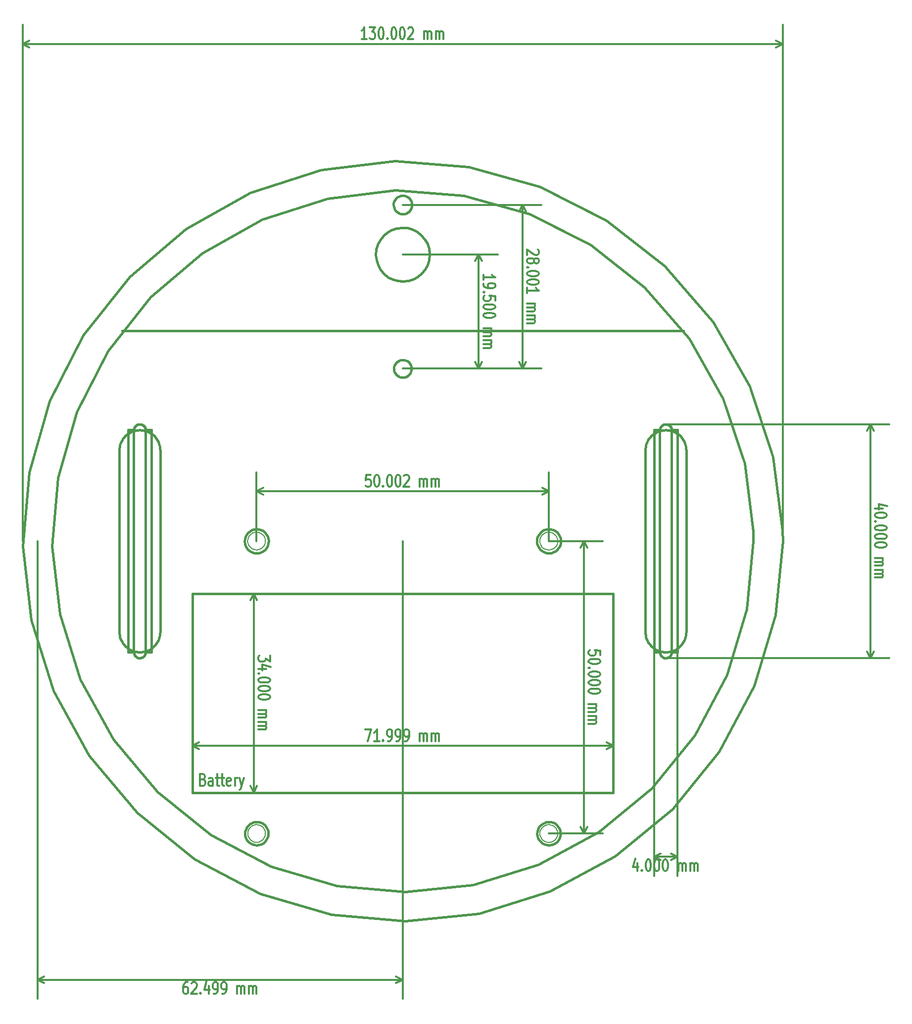
<source format=gbr>
G04 (created by PCBNEW-RS274X (2011-nov-30)-testing) date Mon 09 Jul 2012 07:17:13 PM CEST*
%MOIN*%
G04 Gerber Fmt 3.4, Leading zero omitted, Abs format*
%FSLAX34Y34*%
G01*
G70*
G90*
G04 APERTURE LIST*
%ADD10C,0.006*%
%ADD11C,0.015*%
%ADD12C,0.012*%
G04 APERTURE END LIST*
G54D10*
G54D11*
X59087Y-18701D02*
X59075Y-18821D01*
X59040Y-18938D01*
X58983Y-19045D01*
X58906Y-19139D01*
X58812Y-19216D01*
X58706Y-19274D01*
X58590Y-19310D01*
X58469Y-19322D01*
X58349Y-19311D01*
X58232Y-19277D01*
X58125Y-19221D01*
X58030Y-19145D01*
X57952Y-19052D01*
X57894Y-18946D01*
X57857Y-18830D01*
X57844Y-18709D01*
X57854Y-18589D01*
X57887Y-18473D01*
X57943Y-18365D01*
X58018Y-18269D01*
X58111Y-18191D01*
X58216Y-18132D01*
X58332Y-18094D01*
X58452Y-18080D01*
X58573Y-18089D01*
X58689Y-18122D01*
X58798Y-18176D01*
X58893Y-18251D01*
X58973Y-18343D01*
X59033Y-18449D01*
X59071Y-18564D01*
X59086Y-18684D01*
X59087Y-18701D01*
X60280Y-22048D02*
X60245Y-22400D01*
X60143Y-22739D01*
X59976Y-23052D01*
X59752Y-23326D01*
X59479Y-23552D01*
X59168Y-23721D01*
X58829Y-23825D01*
X58477Y-23862D01*
X58125Y-23830D01*
X57786Y-23730D01*
X57472Y-23566D01*
X57196Y-23344D01*
X56968Y-23073D01*
X56797Y-22763D01*
X56690Y-22425D01*
X56651Y-22073D01*
X56680Y-21721D01*
X56778Y-21380D01*
X56940Y-21065D01*
X57160Y-20788D01*
X57430Y-20558D01*
X57739Y-20385D01*
X58076Y-20276D01*
X58427Y-20234D01*
X58780Y-20261D01*
X59121Y-20356D01*
X59437Y-20516D01*
X59716Y-20734D01*
X59948Y-21002D01*
X60123Y-21310D01*
X60234Y-21646D01*
X60279Y-21998D01*
X60280Y-22048D01*
X59056Y-29725D02*
X59044Y-29839D01*
X59011Y-29950D01*
X58957Y-30052D01*
X58884Y-30141D01*
X58795Y-30214D01*
X58694Y-30269D01*
X58583Y-30303D01*
X58469Y-30315D01*
X58355Y-30305D01*
X58244Y-30272D01*
X58142Y-30219D01*
X58052Y-30147D01*
X57978Y-30058D01*
X57922Y-29957D01*
X57887Y-29847D01*
X57875Y-29733D01*
X57884Y-29619D01*
X57916Y-29508D01*
X57969Y-29405D01*
X58040Y-29315D01*
X58128Y-29240D01*
X58229Y-29184D01*
X58339Y-29148D01*
X58453Y-29135D01*
X58567Y-29143D01*
X58678Y-29174D01*
X58781Y-29227D01*
X58872Y-29298D01*
X58947Y-29385D01*
X59004Y-29485D01*
X59041Y-29595D01*
X59055Y-29709D01*
X59056Y-29725D01*
X69119Y-41339D02*
X69103Y-41496D01*
X69057Y-41648D01*
X68983Y-41787D01*
X68883Y-41910D01*
X68761Y-42011D01*
X68622Y-42086D01*
X68471Y-42133D01*
X68313Y-42149D01*
X68157Y-42135D01*
X68005Y-42090D01*
X67864Y-42017D01*
X67741Y-41918D01*
X67639Y-41797D01*
X67563Y-41658D01*
X67515Y-41507D01*
X67498Y-41350D01*
X67511Y-41193D01*
X67554Y-41041D01*
X67627Y-40900D01*
X67725Y-40776D01*
X67846Y-40674D01*
X67984Y-40596D01*
X68134Y-40547D01*
X68292Y-40529D01*
X68448Y-40541D01*
X68601Y-40583D01*
X68742Y-40655D01*
X68867Y-40752D01*
X68970Y-40872D01*
X69048Y-41010D01*
X69098Y-41160D01*
X69118Y-41317D01*
X69119Y-41339D01*
X49434Y-41339D02*
X49418Y-41496D01*
X49372Y-41648D01*
X49298Y-41788D01*
X49198Y-41911D01*
X49076Y-42012D01*
X48936Y-42087D01*
X48785Y-42134D01*
X48627Y-42150D01*
X48470Y-42136D01*
X48318Y-42091D01*
X48178Y-42018D01*
X48054Y-41919D01*
X47953Y-41797D01*
X47876Y-41658D01*
X47828Y-41507D01*
X47811Y-41350D01*
X47824Y-41193D01*
X47868Y-41041D01*
X47940Y-40900D01*
X48038Y-40775D01*
X48159Y-40673D01*
X48297Y-40595D01*
X48448Y-40546D01*
X48605Y-40528D01*
X48763Y-40540D01*
X48915Y-40582D01*
X49057Y-40654D01*
X49181Y-40751D01*
X49285Y-40871D01*
X49363Y-41009D01*
X49413Y-41160D01*
X49433Y-41317D01*
X49434Y-41339D01*
X49410Y-61024D02*
X49394Y-61177D01*
X49350Y-61324D01*
X49278Y-61460D01*
X49181Y-61579D01*
X49062Y-61677D01*
X48927Y-61750D01*
X48780Y-61795D01*
X48627Y-61811D01*
X48475Y-61798D01*
X48327Y-61754D01*
X48191Y-61683D01*
X48071Y-61587D01*
X47972Y-61469D01*
X47898Y-61334D01*
X47852Y-61187D01*
X47835Y-61035D01*
X47847Y-60882D01*
X47890Y-60734D01*
X47960Y-60598D01*
X48056Y-60477D01*
X48173Y-60377D01*
X48307Y-60302D01*
X48453Y-60255D01*
X48606Y-60237D01*
X48758Y-60248D01*
X48906Y-60290D01*
X49044Y-60359D01*
X49165Y-60454D01*
X49265Y-60570D01*
X49341Y-60704D01*
X49390Y-60850D01*
X49409Y-61002D01*
X49410Y-61024D01*
X69095Y-61024D02*
X69080Y-61176D01*
X69035Y-61323D01*
X68963Y-61459D01*
X68866Y-61578D01*
X68748Y-61676D01*
X68612Y-61749D01*
X68466Y-61794D01*
X68313Y-61810D01*
X68161Y-61797D01*
X68014Y-61753D01*
X67878Y-61682D01*
X67758Y-61586D01*
X67659Y-61468D01*
X67585Y-61334D01*
X67539Y-61187D01*
X67522Y-61034D01*
X67534Y-60882D01*
X67577Y-60735D01*
X67647Y-60598D01*
X67742Y-60478D01*
X67859Y-60378D01*
X67993Y-60303D01*
X68140Y-60256D01*
X68292Y-60238D01*
X68444Y-60249D01*
X68592Y-60291D01*
X68729Y-60360D01*
X68850Y-60455D01*
X68951Y-60571D01*
X69026Y-60704D01*
X69075Y-60850D01*
X69094Y-61003D01*
X69095Y-61024D01*
G54D12*
X63898Y-23744D02*
X63898Y-23401D01*
X63898Y-23573D02*
X64698Y-23573D01*
X64584Y-23516D01*
X64508Y-23458D01*
X64470Y-23401D01*
X63898Y-24029D02*
X63898Y-24144D01*
X63936Y-24201D01*
X63974Y-24229D01*
X64089Y-24287D01*
X64241Y-24315D01*
X64546Y-24315D01*
X64622Y-24287D01*
X64660Y-24258D01*
X64698Y-24201D01*
X64698Y-24087D01*
X64660Y-24029D01*
X64622Y-24001D01*
X64546Y-23972D01*
X64355Y-23972D01*
X64279Y-24001D01*
X64241Y-24029D01*
X64203Y-24087D01*
X64203Y-24201D01*
X64241Y-24258D01*
X64279Y-24287D01*
X64355Y-24315D01*
X63974Y-24572D02*
X63936Y-24600D01*
X63898Y-24572D01*
X63936Y-24543D01*
X63974Y-24572D01*
X63898Y-24572D01*
X64698Y-25144D02*
X64698Y-24858D01*
X64317Y-24829D01*
X64355Y-24858D01*
X64393Y-24915D01*
X64393Y-25058D01*
X64355Y-25115D01*
X64317Y-25144D01*
X64241Y-25172D01*
X64051Y-25172D01*
X63974Y-25144D01*
X63936Y-25115D01*
X63898Y-25058D01*
X63898Y-24915D01*
X63936Y-24858D01*
X63974Y-24829D01*
X64698Y-25543D02*
X64698Y-25600D01*
X64660Y-25657D01*
X64622Y-25686D01*
X64546Y-25715D01*
X64393Y-25743D01*
X64203Y-25743D01*
X64051Y-25715D01*
X63974Y-25686D01*
X63936Y-25657D01*
X63898Y-25600D01*
X63898Y-25543D01*
X63936Y-25486D01*
X63974Y-25457D01*
X64051Y-25429D01*
X64203Y-25400D01*
X64393Y-25400D01*
X64546Y-25429D01*
X64622Y-25457D01*
X64660Y-25486D01*
X64698Y-25543D01*
X64698Y-26114D02*
X64698Y-26171D01*
X64660Y-26228D01*
X64622Y-26257D01*
X64546Y-26286D01*
X64393Y-26314D01*
X64203Y-26314D01*
X64051Y-26286D01*
X63974Y-26257D01*
X63936Y-26228D01*
X63898Y-26171D01*
X63898Y-26114D01*
X63936Y-26057D01*
X63974Y-26028D01*
X64051Y-26000D01*
X64203Y-25971D01*
X64393Y-25971D01*
X64546Y-26000D01*
X64622Y-26028D01*
X64660Y-26057D01*
X64698Y-26114D01*
X63898Y-27028D02*
X64432Y-27028D01*
X64355Y-27028D02*
X64393Y-27056D01*
X64432Y-27114D01*
X64432Y-27199D01*
X64393Y-27256D01*
X64317Y-27285D01*
X63898Y-27285D01*
X64317Y-27285D02*
X64393Y-27314D01*
X64432Y-27371D01*
X64432Y-27456D01*
X64393Y-27514D01*
X64317Y-27542D01*
X63898Y-27542D01*
X63898Y-27828D02*
X64432Y-27828D01*
X64355Y-27828D02*
X64393Y-27856D01*
X64432Y-27914D01*
X64432Y-27999D01*
X64393Y-28056D01*
X64317Y-28085D01*
X63898Y-28085D01*
X64317Y-28085D02*
X64393Y-28114D01*
X64432Y-28171D01*
X64432Y-28256D01*
X64393Y-28314D01*
X64317Y-28342D01*
X63898Y-28342D01*
X63582Y-22048D02*
X63582Y-29725D01*
X58465Y-22048D02*
X64862Y-22048D01*
X58465Y-29725D02*
X64862Y-29725D01*
X63582Y-29725D02*
X63352Y-29282D01*
X63582Y-29725D02*
X63812Y-29282D01*
X63582Y-22048D02*
X63352Y-22491D01*
X63582Y-22048D02*
X63812Y-22491D01*
X67575Y-21728D02*
X67613Y-21757D01*
X67651Y-21814D01*
X67651Y-21957D01*
X67613Y-22014D01*
X67575Y-22043D01*
X67499Y-22071D01*
X67423Y-22071D01*
X67308Y-22043D01*
X66851Y-21700D01*
X66851Y-22071D01*
X67308Y-22414D02*
X67346Y-22356D01*
X67385Y-22328D01*
X67461Y-22299D01*
X67499Y-22299D01*
X67575Y-22328D01*
X67613Y-22356D01*
X67651Y-22414D01*
X67651Y-22528D01*
X67613Y-22585D01*
X67575Y-22614D01*
X67499Y-22642D01*
X67461Y-22642D01*
X67385Y-22614D01*
X67346Y-22585D01*
X67308Y-22528D01*
X67308Y-22414D01*
X67270Y-22356D01*
X67232Y-22328D01*
X67156Y-22299D01*
X67004Y-22299D01*
X66927Y-22328D01*
X66889Y-22356D01*
X66851Y-22414D01*
X66851Y-22528D01*
X66889Y-22585D01*
X66927Y-22614D01*
X67004Y-22642D01*
X67156Y-22642D01*
X67232Y-22614D01*
X67270Y-22585D01*
X67308Y-22528D01*
X66927Y-22899D02*
X66889Y-22927D01*
X66851Y-22899D01*
X66889Y-22870D01*
X66927Y-22899D01*
X66851Y-22899D01*
X67651Y-23299D02*
X67651Y-23356D01*
X67613Y-23413D01*
X67575Y-23442D01*
X67499Y-23471D01*
X67346Y-23499D01*
X67156Y-23499D01*
X67004Y-23471D01*
X66927Y-23442D01*
X66889Y-23413D01*
X66851Y-23356D01*
X66851Y-23299D01*
X66889Y-23242D01*
X66927Y-23213D01*
X67004Y-23185D01*
X67156Y-23156D01*
X67346Y-23156D01*
X67499Y-23185D01*
X67575Y-23213D01*
X67613Y-23242D01*
X67651Y-23299D01*
X67651Y-23870D02*
X67651Y-23927D01*
X67613Y-23984D01*
X67575Y-24013D01*
X67499Y-24042D01*
X67346Y-24070D01*
X67156Y-24070D01*
X67004Y-24042D01*
X66927Y-24013D01*
X66889Y-23984D01*
X66851Y-23927D01*
X66851Y-23870D01*
X66889Y-23813D01*
X66927Y-23784D01*
X67004Y-23756D01*
X67156Y-23727D01*
X67346Y-23727D01*
X67499Y-23756D01*
X67575Y-23784D01*
X67613Y-23813D01*
X67651Y-23870D01*
X66851Y-24641D02*
X66851Y-24298D01*
X66851Y-24470D02*
X67651Y-24470D01*
X67537Y-24413D01*
X67461Y-24355D01*
X67423Y-24298D01*
X66851Y-25355D02*
X67385Y-25355D01*
X67308Y-25355D02*
X67346Y-25383D01*
X67385Y-25441D01*
X67385Y-25526D01*
X67346Y-25583D01*
X67270Y-25612D01*
X66851Y-25612D01*
X67270Y-25612D02*
X67346Y-25641D01*
X67385Y-25698D01*
X67385Y-25783D01*
X67346Y-25841D01*
X67270Y-25869D01*
X66851Y-25869D01*
X66851Y-26155D02*
X67385Y-26155D01*
X67308Y-26155D02*
X67346Y-26183D01*
X67385Y-26241D01*
X67385Y-26326D01*
X67346Y-26383D01*
X67270Y-26412D01*
X66851Y-26412D01*
X67270Y-26412D02*
X67346Y-26441D01*
X67385Y-26498D01*
X67385Y-26583D01*
X67346Y-26641D01*
X67270Y-26669D01*
X66851Y-26669D01*
X66535Y-18701D02*
X66535Y-29725D01*
X58465Y-18701D02*
X67815Y-18701D01*
X58465Y-29725D02*
X67815Y-29725D01*
X66535Y-29725D02*
X66305Y-29282D01*
X66535Y-29725D02*
X66765Y-29282D01*
X66535Y-18701D02*
X66305Y-19144D01*
X66535Y-18701D02*
X66765Y-19144D01*
X55952Y-54004D02*
X56352Y-54004D01*
X56095Y-54804D01*
X56894Y-54804D02*
X56551Y-54804D01*
X56723Y-54804D02*
X56723Y-54004D01*
X56666Y-54118D01*
X56608Y-54194D01*
X56551Y-54232D01*
X57151Y-54728D02*
X57179Y-54766D01*
X57151Y-54804D01*
X57122Y-54766D01*
X57151Y-54728D01*
X57151Y-54804D01*
X57465Y-54804D02*
X57580Y-54804D01*
X57637Y-54766D01*
X57665Y-54728D01*
X57723Y-54613D01*
X57751Y-54461D01*
X57751Y-54156D01*
X57723Y-54080D01*
X57694Y-54042D01*
X57637Y-54004D01*
X57523Y-54004D01*
X57465Y-54042D01*
X57437Y-54080D01*
X57408Y-54156D01*
X57408Y-54347D01*
X57437Y-54423D01*
X57465Y-54461D01*
X57523Y-54499D01*
X57637Y-54499D01*
X57694Y-54461D01*
X57723Y-54423D01*
X57751Y-54347D01*
X58036Y-54804D02*
X58151Y-54804D01*
X58208Y-54766D01*
X58236Y-54728D01*
X58294Y-54613D01*
X58322Y-54461D01*
X58322Y-54156D01*
X58294Y-54080D01*
X58265Y-54042D01*
X58208Y-54004D01*
X58094Y-54004D01*
X58036Y-54042D01*
X58008Y-54080D01*
X57979Y-54156D01*
X57979Y-54347D01*
X58008Y-54423D01*
X58036Y-54461D01*
X58094Y-54499D01*
X58208Y-54499D01*
X58265Y-54461D01*
X58294Y-54423D01*
X58322Y-54347D01*
X58607Y-54804D02*
X58722Y-54804D01*
X58779Y-54766D01*
X58807Y-54728D01*
X58865Y-54613D01*
X58893Y-54461D01*
X58893Y-54156D01*
X58865Y-54080D01*
X58836Y-54042D01*
X58779Y-54004D01*
X58665Y-54004D01*
X58607Y-54042D01*
X58579Y-54080D01*
X58550Y-54156D01*
X58550Y-54347D01*
X58579Y-54423D01*
X58607Y-54461D01*
X58665Y-54499D01*
X58779Y-54499D01*
X58836Y-54461D01*
X58865Y-54423D01*
X58893Y-54347D01*
X59607Y-54804D02*
X59607Y-54270D01*
X59607Y-54347D02*
X59635Y-54309D01*
X59693Y-54270D01*
X59778Y-54270D01*
X59835Y-54309D01*
X59864Y-54385D01*
X59864Y-54804D01*
X59864Y-54385D02*
X59893Y-54309D01*
X59950Y-54270D01*
X60035Y-54270D01*
X60093Y-54309D01*
X60121Y-54385D01*
X60121Y-54804D01*
X60407Y-54804D02*
X60407Y-54270D01*
X60407Y-54347D02*
X60435Y-54309D01*
X60493Y-54270D01*
X60578Y-54270D01*
X60635Y-54309D01*
X60664Y-54385D01*
X60664Y-54804D01*
X60664Y-54385D02*
X60693Y-54309D01*
X60750Y-54270D01*
X60835Y-54270D01*
X60893Y-54309D01*
X60921Y-54385D01*
X60921Y-54804D01*
X44292Y-55120D02*
X72638Y-55120D01*
X44292Y-58268D02*
X44292Y-53840D01*
X72638Y-58268D02*
X72638Y-53840D01*
X72638Y-55120D02*
X72195Y-55350D01*
X72638Y-55120D02*
X72195Y-54890D01*
X44292Y-55120D02*
X44735Y-55350D01*
X44292Y-55120D02*
X44735Y-54890D01*
X49541Y-49062D02*
X49541Y-49433D01*
X49236Y-49233D01*
X49236Y-49319D01*
X49198Y-49376D01*
X49160Y-49405D01*
X49084Y-49433D01*
X48894Y-49433D01*
X48817Y-49405D01*
X48779Y-49376D01*
X48741Y-49319D01*
X48741Y-49147D01*
X48779Y-49090D01*
X48817Y-49062D01*
X49275Y-49947D02*
X48741Y-49947D01*
X49579Y-49804D02*
X49008Y-49661D01*
X49008Y-50033D01*
X48817Y-50261D02*
X48779Y-50289D01*
X48741Y-50261D01*
X48779Y-50232D01*
X48817Y-50261D01*
X48741Y-50261D01*
X49541Y-50661D02*
X49541Y-50718D01*
X49503Y-50775D01*
X49465Y-50804D01*
X49389Y-50833D01*
X49236Y-50861D01*
X49046Y-50861D01*
X48894Y-50833D01*
X48817Y-50804D01*
X48779Y-50775D01*
X48741Y-50718D01*
X48741Y-50661D01*
X48779Y-50604D01*
X48817Y-50575D01*
X48894Y-50547D01*
X49046Y-50518D01*
X49236Y-50518D01*
X49389Y-50547D01*
X49465Y-50575D01*
X49503Y-50604D01*
X49541Y-50661D01*
X49541Y-51232D02*
X49541Y-51289D01*
X49503Y-51346D01*
X49465Y-51375D01*
X49389Y-51404D01*
X49236Y-51432D01*
X49046Y-51432D01*
X48894Y-51404D01*
X48817Y-51375D01*
X48779Y-51346D01*
X48741Y-51289D01*
X48741Y-51232D01*
X48779Y-51175D01*
X48817Y-51146D01*
X48894Y-51118D01*
X49046Y-51089D01*
X49236Y-51089D01*
X49389Y-51118D01*
X49465Y-51146D01*
X49503Y-51175D01*
X49541Y-51232D01*
X49541Y-51803D02*
X49541Y-51860D01*
X49503Y-51917D01*
X49465Y-51946D01*
X49389Y-51975D01*
X49236Y-52003D01*
X49046Y-52003D01*
X48894Y-51975D01*
X48817Y-51946D01*
X48779Y-51917D01*
X48741Y-51860D01*
X48741Y-51803D01*
X48779Y-51746D01*
X48817Y-51717D01*
X48894Y-51689D01*
X49046Y-51660D01*
X49236Y-51660D01*
X49389Y-51689D01*
X49465Y-51717D01*
X49503Y-51746D01*
X49541Y-51803D01*
X48741Y-52717D02*
X49275Y-52717D01*
X49198Y-52717D02*
X49236Y-52745D01*
X49275Y-52803D01*
X49275Y-52888D01*
X49236Y-52945D01*
X49160Y-52974D01*
X48741Y-52974D01*
X49160Y-52974D02*
X49236Y-53003D01*
X49275Y-53060D01*
X49275Y-53145D01*
X49236Y-53203D01*
X49160Y-53231D01*
X48741Y-53231D01*
X48741Y-53517D02*
X49275Y-53517D01*
X49198Y-53517D02*
X49236Y-53545D01*
X49275Y-53603D01*
X49275Y-53688D01*
X49236Y-53745D01*
X49160Y-53774D01*
X48741Y-53774D01*
X49160Y-53774D02*
X49236Y-53803D01*
X49275Y-53860D01*
X49275Y-53945D01*
X49236Y-54003D01*
X49160Y-54031D01*
X48741Y-54031D01*
X48425Y-44882D02*
X48425Y-58268D01*
X44292Y-44882D02*
X49705Y-44882D01*
X44292Y-58268D02*
X49705Y-58268D01*
X48425Y-58268D02*
X48195Y-57825D01*
X48425Y-58268D02*
X48655Y-57825D01*
X48425Y-44882D02*
X48195Y-45325D01*
X48425Y-44882D02*
X48655Y-45325D01*
X71785Y-49011D02*
X71785Y-48725D01*
X71404Y-48696D01*
X71442Y-48725D01*
X71480Y-48782D01*
X71480Y-48925D01*
X71442Y-48982D01*
X71404Y-49011D01*
X71328Y-49039D01*
X71138Y-49039D01*
X71061Y-49011D01*
X71023Y-48982D01*
X70985Y-48925D01*
X70985Y-48782D01*
X71023Y-48725D01*
X71061Y-48696D01*
X71785Y-49410D02*
X71785Y-49467D01*
X71747Y-49524D01*
X71709Y-49553D01*
X71633Y-49582D01*
X71480Y-49610D01*
X71290Y-49610D01*
X71138Y-49582D01*
X71061Y-49553D01*
X71023Y-49524D01*
X70985Y-49467D01*
X70985Y-49410D01*
X71023Y-49353D01*
X71061Y-49324D01*
X71138Y-49296D01*
X71290Y-49267D01*
X71480Y-49267D01*
X71633Y-49296D01*
X71709Y-49324D01*
X71747Y-49353D01*
X71785Y-49410D01*
X71061Y-49867D02*
X71023Y-49895D01*
X70985Y-49867D01*
X71023Y-49838D01*
X71061Y-49867D01*
X70985Y-49867D01*
X71785Y-50267D02*
X71785Y-50324D01*
X71747Y-50381D01*
X71709Y-50410D01*
X71633Y-50439D01*
X71480Y-50467D01*
X71290Y-50467D01*
X71138Y-50439D01*
X71061Y-50410D01*
X71023Y-50381D01*
X70985Y-50324D01*
X70985Y-50267D01*
X71023Y-50210D01*
X71061Y-50181D01*
X71138Y-50153D01*
X71290Y-50124D01*
X71480Y-50124D01*
X71633Y-50153D01*
X71709Y-50181D01*
X71747Y-50210D01*
X71785Y-50267D01*
X71785Y-50838D02*
X71785Y-50895D01*
X71747Y-50952D01*
X71709Y-50981D01*
X71633Y-51010D01*
X71480Y-51038D01*
X71290Y-51038D01*
X71138Y-51010D01*
X71061Y-50981D01*
X71023Y-50952D01*
X70985Y-50895D01*
X70985Y-50838D01*
X71023Y-50781D01*
X71061Y-50752D01*
X71138Y-50724D01*
X71290Y-50695D01*
X71480Y-50695D01*
X71633Y-50724D01*
X71709Y-50752D01*
X71747Y-50781D01*
X71785Y-50838D01*
X71785Y-51409D02*
X71785Y-51466D01*
X71747Y-51523D01*
X71709Y-51552D01*
X71633Y-51581D01*
X71480Y-51609D01*
X71290Y-51609D01*
X71138Y-51581D01*
X71061Y-51552D01*
X71023Y-51523D01*
X70985Y-51466D01*
X70985Y-51409D01*
X71023Y-51352D01*
X71061Y-51323D01*
X71138Y-51295D01*
X71290Y-51266D01*
X71480Y-51266D01*
X71633Y-51295D01*
X71709Y-51323D01*
X71747Y-51352D01*
X71785Y-51409D01*
X70985Y-52323D02*
X71519Y-52323D01*
X71442Y-52323D02*
X71480Y-52351D01*
X71519Y-52409D01*
X71519Y-52494D01*
X71480Y-52551D01*
X71404Y-52580D01*
X70985Y-52580D01*
X71404Y-52580D02*
X71480Y-52609D01*
X71519Y-52666D01*
X71519Y-52751D01*
X71480Y-52809D01*
X71404Y-52837D01*
X70985Y-52837D01*
X70985Y-53123D02*
X71519Y-53123D01*
X71442Y-53123D02*
X71480Y-53151D01*
X71519Y-53209D01*
X71519Y-53294D01*
X71480Y-53351D01*
X71404Y-53380D01*
X70985Y-53380D01*
X71404Y-53380D02*
X71480Y-53409D01*
X71519Y-53466D01*
X71519Y-53551D01*
X71480Y-53609D01*
X71404Y-53637D01*
X70985Y-53637D01*
X70669Y-41339D02*
X70669Y-61024D01*
X68308Y-41339D02*
X71949Y-41339D01*
X68308Y-61024D02*
X71949Y-61024D01*
X70669Y-61024D02*
X70439Y-60581D01*
X70669Y-61024D02*
X70899Y-60581D01*
X70669Y-41339D02*
X70439Y-41782D01*
X70669Y-41339D02*
X70899Y-41782D01*
X56295Y-36878D02*
X56009Y-36878D01*
X55980Y-37259D01*
X56009Y-37221D01*
X56066Y-37183D01*
X56209Y-37183D01*
X56266Y-37221D01*
X56295Y-37259D01*
X56323Y-37335D01*
X56323Y-37525D01*
X56295Y-37602D01*
X56266Y-37640D01*
X56209Y-37678D01*
X56066Y-37678D01*
X56009Y-37640D01*
X55980Y-37602D01*
X56694Y-36878D02*
X56751Y-36878D01*
X56808Y-36916D01*
X56837Y-36954D01*
X56866Y-37030D01*
X56894Y-37183D01*
X56894Y-37373D01*
X56866Y-37525D01*
X56837Y-37602D01*
X56808Y-37640D01*
X56751Y-37678D01*
X56694Y-37678D01*
X56637Y-37640D01*
X56608Y-37602D01*
X56580Y-37525D01*
X56551Y-37373D01*
X56551Y-37183D01*
X56580Y-37030D01*
X56608Y-36954D01*
X56637Y-36916D01*
X56694Y-36878D01*
X57151Y-37602D02*
X57179Y-37640D01*
X57151Y-37678D01*
X57122Y-37640D01*
X57151Y-37602D01*
X57151Y-37678D01*
X57551Y-36878D02*
X57608Y-36878D01*
X57665Y-36916D01*
X57694Y-36954D01*
X57723Y-37030D01*
X57751Y-37183D01*
X57751Y-37373D01*
X57723Y-37525D01*
X57694Y-37602D01*
X57665Y-37640D01*
X57608Y-37678D01*
X57551Y-37678D01*
X57494Y-37640D01*
X57465Y-37602D01*
X57437Y-37525D01*
X57408Y-37373D01*
X57408Y-37183D01*
X57437Y-37030D01*
X57465Y-36954D01*
X57494Y-36916D01*
X57551Y-36878D01*
X58122Y-36878D02*
X58179Y-36878D01*
X58236Y-36916D01*
X58265Y-36954D01*
X58294Y-37030D01*
X58322Y-37183D01*
X58322Y-37373D01*
X58294Y-37525D01*
X58265Y-37602D01*
X58236Y-37640D01*
X58179Y-37678D01*
X58122Y-37678D01*
X58065Y-37640D01*
X58036Y-37602D01*
X58008Y-37525D01*
X57979Y-37373D01*
X57979Y-37183D01*
X58008Y-37030D01*
X58036Y-36954D01*
X58065Y-36916D01*
X58122Y-36878D01*
X58550Y-36954D02*
X58579Y-36916D01*
X58636Y-36878D01*
X58779Y-36878D01*
X58836Y-36916D01*
X58865Y-36954D01*
X58893Y-37030D01*
X58893Y-37106D01*
X58865Y-37221D01*
X58522Y-37678D01*
X58893Y-37678D01*
X59607Y-37678D02*
X59607Y-37144D01*
X59607Y-37221D02*
X59635Y-37183D01*
X59693Y-37144D01*
X59778Y-37144D01*
X59835Y-37183D01*
X59864Y-37259D01*
X59864Y-37678D01*
X59864Y-37259D02*
X59893Y-37183D01*
X59950Y-37144D01*
X60035Y-37144D01*
X60093Y-37183D01*
X60121Y-37259D01*
X60121Y-37678D01*
X60407Y-37678D02*
X60407Y-37144D01*
X60407Y-37221D02*
X60435Y-37183D01*
X60493Y-37144D01*
X60578Y-37144D01*
X60635Y-37183D01*
X60664Y-37259D01*
X60664Y-37678D01*
X60664Y-37259D02*
X60693Y-37183D01*
X60750Y-37144D01*
X60835Y-37144D01*
X60893Y-37183D01*
X60921Y-37259D01*
X60921Y-37678D01*
X48622Y-37994D02*
X68308Y-37994D01*
X48622Y-41339D02*
X48622Y-36714D01*
X68308Y-41339D02*
X68308Y-36714D01*
X68308Y-37994D02*
X67865Y-38224D01*
X68308Y-37994D02*
X67865Y-37764D01*
X48622Y-37994D02*
X49065Y-38224D01*
X48622Y-37994D02*
X49065Y-37764D01*
X43963Y-71030D02*
X43849Y-71030D01*
X43792Y-71068D01*
X43763Y-71106D01*
X43706Y-71220D01*
X43677Y-71373D01*
X43677Y-71677D01*
X43706Y-71754D01*
X43734Y-71792D01*
X43792Y-71830D01*
X43906Y-71830D01*
X43963Y-71792D01*
X43992Y-71754D01*
X44020Y-71677D01*
X44020Y-71487D01*
X43992Y-71411D01*
X43963Y-71373D01*
X43906Y-71335D01*
X43792Y-71335D01*
X43734Y-71373D01*
X43706Y-71411D01*
X43677Y-71487D01*
X44248Y-71106D02*
X44277Y-71068D01*
X44334Y-71030D01*
X44477Y-71030D01*
X44534Y-71068D01*
X44563Y-71106D01*
X44591Y-71182D01*
X44591Y-71258D01*
X44563Y-71373D01*
X44220Y-71830D01*
X44591Y-71830D01*
X44848Y-71754D02*
X44876Y-71792D01*
X44848Y-71830D01*
X44819Y-71792D01*
X44848Y-71754D01*
X44848Y-71830D01*
X45391Y-71296D02*
X45391Y-71830D01*
X45248Y-70992D02*
X45105Y-71563D01*
X45477Y-71563D01*
X45733Y-71830D02*
X45848Y-71830D01*
X45905Y-71792D01*
X45933Y-71754D01*
X45991Y-71639D01*
X46019Y-71487D01*
X46019Y-71182D01*
X45991Y-71106D01*
X45962Y-71068D01*
X45905Y-71030D01*
X45791Y-71030D01*
X45733Y-71068D01*
X45705Y-71106D01*
X45676Y-71182D01*
X45676Y-71373D01*
X45705Y-71449D01*
X45733Y-71487D01*
X45791Y-71525D01*
X45905Y-71525D01*
X45962Y-71487D01*
X45991Y-71449D01*
X46019Y-71373D01*
X46304Y-71830D02*
X46419Y-71830D01*
X46476Y-71792D01*
X46504Y-71754D01*
X46562Y-71639D01*
X46590Y-71487D01*
X46590Y-71182D01*
X46562Y-71106D01*
X46533Y-71068D01*
X46476Y-71030D01*
X46362Y-71030D01*
X46304Y-71068D01*
X46276Y-71106D01*
X46247Y-71182D01*
X46247Y-71373D01*
X46276Y-71449D01*
X46304Y-71487D01*
X46362Y-71525D01*
X46476Y-71525D01*
X46533Y-71487D01*
X46562Y-71449D01*
X46590Y-71373D01*
X47304Y-71830D02*
X47304Y-71296D01*
X47304Y-71373D02*
X47332Y-71335D01*
X47390Y-71296D01*
X47475Y-71296D01*
X47532Y-71335D01*
X47561Y-71411D01*
X47561Y-71830D01*
X47561Y-71411D02*
X47590Y-71335D01*
X47647Y-71296D01*
X47732Y-71296D01*
X47790Y-71335D01*
X47818Y-71411D01*
X47818Y-71830D01*
X48104Y-71830D02*
X48104Y-71296D01*
X48104Y-71373D02*
X48132Y-71335D01*
X48190Y-71296D01*
X48275Y-71296D01*
X48332Y-71335D01*
X48361Y-71411D01*
X48361Y-71830D01*
X48361Y-71411D02*
X48390Y-71335D01*
X48447Y-71296D01*
X48532Y-71296D01*
X48590Y-71335D01*
X48618Y-71411D01*
X48618Y-71830D01*
X33859Y-70866D02*
X58465Y-70866D01*
X33859Y-41339D02*
X33859Y-72146D01*
X58465Y-41339D02*
X58465Y-72146D01*
X58465Y-70866D02*
X58022Y-71096D01*
X58465Y-70866D02*
X58022Y-70636D01*
X33859Y-70866D02*
X34302Y-71096D01*
X33859Y-70866D02*
X34302Y-70636D01*
X74268Y-63028D02*
X74268Y-63562D01*
X74125Y-62724D02*
X73982Y-63295D01*
X74354Y-63295D01*
X74582Y-63486D02*
X74610Y-63524D01*
X74582Y-63562D01*
X74553Y-63524D01*
X74582Y-63486D01*
X74582Y-63562D01*
X74982Y-62762D02*
X75039Y-62762D01*
X75096Y-62800D01*
X75125Y-62838D01*
X75154Y-62914D01*
X75182Y-63067D01*
X75182Y-63257D01*
X75154Y-63409D01*
X75125Y-63486D01*
X75096Y-63524D01*
X75039Y-63562D01*
X74982Y-63562D01*
X74925Y-63524D01*
X74896Y-63486D01*
X74868Y-63409D01*
X74839Y-63257D01*
X74839Y-63067D01*
X74868Y-62914D01*
X74896Y-62838D01*
X74925Y-62800D01*
X74982Y-62762D01*
X75553Y-62762D02*
X75610Y-62762D01*
X75667Y-62800D01*
X75696Y-62838D01*
X75725Y-62914D01*
X75753Y-63067D01*
X75753Y-63257D01*
X75725Y-63409D01*
X75696Y-63486D01*
X75667Y-63524D01*
X75610Y-63562D01*
X75553Y-63562D01*
X75496Y-63524D01*
X75467Y-63486D01*
X75439Y-63409D01*
X75410Y-63257D01*
X75410Y-63067D01*
X75439Y-62914D01*
X75467Y-62838D01*
X75496Y-62800D01*
X75553Y-62762D01*
X76124Y-62762D02*
X76181Y-62762D01*
X76238Y-62800D01*
X76267Y-62838D01*
X76296Y-62914D01*
X76324Y-63067D01*
X76324Y-63257D01*
X76296Y-63409D01*
X76267Y-63486D01*
X76238Y-63524D01*
X76181Y-63562D01*
X76124Y-63562D01*
X76067Y-63524D01*
X76038Y-63486D01*
X76010Y-63409D01*
X75981Y-63257D01*
X75981Y-63067D01*
X76010Y-62914D01*
X76038Y-62838D01*
X76067Y-62800D01*
X76124Y-62762D01*
X77038Y-63562D02*
X77038Y-63028D01*
X77038Y-63105D02*
X77066Y-63067D01*
X77124Y-63028D01*
X77209Y-63028D01*
X77266Y-63067D01*
X77295Y-63143D01*
X77295Y-63562D01*
X77295Y-63143D02*
X77324Y-63067D01*
X77381Y-63028D01*
X77466Y-63028D01*
X77524Y-63067D01*
X77552Y-63143D01*
X77552Y-63562D01*
X77838Y-63562D02*
X77838Y-63028D01*
X77838Y-63105D02*
X77866Y-63067D01*
X77924Y-63028D01*
X78009Y-63028D01*
X78066Y-63067D01*
X78095Y-63143D01*
X78095Y-63562D01*
X78095Y-63143D02*
X78124Y-63067D01*
X78181Y-63028D01*
X78266Y-63028D01*
X78324Y-63067D01*
X78352Y-63143D01*
X78352Y-63562D01*
X75394Y-62598D02*
X76969Y-62598D01*
X75394Y-48426D02*
X75394Y-63878D01*
X76969Y-48426D02*
X76969Y-63878D01*
X76969Y-62598D02*
X76526Y-62828D01*
X76969Y-62598D02*
X76526Y-62368D01*
X75394Y-62598D02*
X75837Y-62828D01*
X75394Y-62598D02*
X75837Y-62368D01*
X90810Y-39140D02*
X90276Y-39140D01*
X91114Y-38997D02*
X90543Y-38854D01*
X90543Y-39226D01*
X91076Y-39568D02*
X91076Y-39625D01*
X91038Y-39682D01*
X91000Y-39711D01*
X90924Y-39740D01*
X90771Y-39768D01*
X90581Y-39768D01*
X90429Y-39740D01*
X90352Y-39711D01*
X90314Y-39682D01*
X90276Y-39625D01*
X90276Y-39568D01*
X90314Y-39511D01*
X90352Y-39482D01*
X90429Y-39454D01*
X90581Y-39425D01*
X90771Y-39425D01*
X90924Y-39454D01*
X91000Y-39482D01*
X91038Y-39511D01*
X91076Y-39568D01*
X90352Y-40025D02*
X90314Y-40053D01*
X90276Y-40025D01*
X90314Y-39996D01*
X90352Y-40025D01*
X90276Y-40025D01*
X91076Y-40425D02*
X91076Y-40482D01*
X91038Y-40539D01*
X91000Y-40568D01*
X90924Y-40597D01*
X90771Y-40625D01*
X90581Y-40625D01*
X90429Y-40597D01*
X90352Y-40568D01*
X90314Y-40539D01*
X90276Y-40482D01*
X90276Y-40425D01*
X90314Y-40368D01*
X90352Y-40339D01*
X90429Y-40311D01*
X90581Y-40282D01*
X90771Y-40282D01*
X90924Y-40311D01*
X91000Y-40339D01*
X91038Y-40368D01*
X91076Y-40425D01*
X91076Y-40996D02*
X91076Y-41053D01*
X91038Y-41110D01*
X91000Y-41139D01*
X90924Y-41168D01*
X90771Y-41196D01*
X90581Y-41196D01*
X90429Y-41168D01*
X90352Y-41139D01*
X90314Y-41110D01*
X90276Y-41053D01*
X90276Y-40996D01*
X90314Y-40939D01*
X90352Y-40910D01*
X90429Y-40882D01*
X90581Y-40853D01*
X90771Y-40853D01*
X90924Y-40882D01*
X91000Y-40910D01*
X91038Y-40939D01*
X91076Y-40996D01*
X91076Y-41567D02*
X91076Y-41624D01*
X91038Y-41681D01*
X91000Y-41710D01*
X90924Y-41739D01*
X90771Y-41767D01*
X90581Y-41767D01*
X90429Y-41739D01*
X90352Y-41710D01*
X90314Y-41681D01*
X90276Y-41624D01*
X90276Y-41567D01*
X90314Y-41510D01*
X90352Y-41481D01*
X90429Y-41453D01*
X90581Y-41424D01*
X90771Y-41424D01*
X90924Y-41453D01*
X91000Y-41481D01*
X91038Y-41510D01*
X91076Y-41567D01*
X90276Y-42481D02*
X90810Y-42481D01*
X90733Y-42481D02*
X90771Y-42509D01*
X90810Y-42567D01*
X90810Y-42652D01*
X90771Y-42709D01*
X90695Y-42738D01*
X90276Y-42738D01*
X90695Y-42738D02*
X90771Y-42767D01*
X90810Y-42824D01*
X90810Y-42909D01*
X90771Y-42967D01*
X90695Y-42995D01*
X90276Y-42995D01*
X90276Y-43281D02*
X90810Y-43281D01*
X90733Y-43281D02*
X90771Y-43309D01*
X90810Y-43367D01*
X90810Y-43452D01*
X90771Y-43509D01*
X90695Y-43538D01*
X90276Y-43538D01*
X90695Y-43538D02*
X90771Y-43567D01*
X90810Y-43624D01*
X90810Y-43709D01*
X90771Y-43767D01*
X90695Y-43795D01*
X90276Y-43795D01*
X89960Y-33465D02*
X89960Y-49213D01*
X76182Y-33465D02*
X91240Y-33465D01*
X76182Y-49213D02*
X91240Y-49213D01*
X89960Y-49213D02*
X89730Y-48770D01*
X89960Y-49213D02*
X90190Y-48770D01*
X89960Y-33465D02*
X89730Y-33908D01*
X89960Y-33465D02*
X90190Y-33908D01*
X56038Y-7559D02*
X55695Y-7559D01*
X55867Y-7559D02*
X55867Y-6759D01*
X55810Y-6873D01*
X55752Y-6949D01*
X55695Y-6987D01*
X56238Y-6759D02*
X56609Y-6759D01*
X56409Y-7064D01*
X56495Y-7064D01*
X56552Y-7102D01*
X56581Y-7140D01*
X56609Y-7216D01*
X56609Y-7406D01*
X56581Y-7483D01*
X56552Y-7521D01*
X56495Y-7559D01*
X56323Y-7559D01*
X56266Y-7521D01*
X56238Y-7483D01*
X56980Y-6759D02*
X57037Y-6759D01*
X57094Y-6797D01*
X57123Y-6835D01*
X57152Y-6911D01*
X57180Y-7064D01*
X57180Y-7254D01*
X57152Y-7406D01*
X57123Y-7483D01*
X57094Y-7521D01*
X57037Y-7559D01*
X56980Y-7559D01*
X56923Y-7521D01*
X56894Y-7483D01*
X56866Y-7406D01*
X56837Y-7254D01*
X56837Y-7064D01*
X56866Y-6911D01*
X56894Y-6835D01*
X56923Y-6797D01*
X56980Y-6759D01*
X57437Y-7483D02*
X57465Y-7521D01*
X57437Y-7559D01*
X57408Y-7521D01*
X57437Y-7483D01*
X57437Y-7559D01*
X57837Y-6759D02*
X57894Y-6759D01*
X57951Y-6797D01*
X57980Y-6835D01*
X58009Y-6911D01*
X58037Y-7064D01*
X58037Y-7254D01*
X58009Y-7406D01*
X57980Y-7483D01*
X57951Y-7521D01*
X57894Y-7559D01*
X57837Y-7559D01*
X57780Y-7521D01*
X57751Y-7483D01*
X57723Y-7406D01*
X57694Y-7254D01*
X57694Y-7064D01*
X57723Y-6911D01*
X57751Y-6835D01*
X57780Y-6797D01*
X57837Y-6759D01*
X58408Y-6759D02*
X58465Y-6759D01*
X58522Y-6797D01*
X58551Y-6835D01*
X58580Y-6911D01*
X58608Y-7064D01*
X58608Y-7254D01*
X58580Y-7406D01*
X58551Y-7483D01*
X58522Y-7521D01*
X58465Y-7559D01*
X58408Y-7559D01*
X58351Y-7521D01*
X58322Y-7483D01*
X58294Y-7406D01*
X58265Y-7254D01*
X58265Y-7064D01*
X58294Y-6911D01*
X58322Y-6835D01*
X58351Y-6797D01*
X58408Y-6759D01*
X58836Y-6835D02*
X58865Y-6797D01*
X58922Y-6759D01*
X59065Y-6759D01*
X59122Y-6797D01*
X59151Y-6835D01*
X59179Y-6911D01*
X59179Y-6987D01*
X59151Y-7102D01*
X58808Y-7559D01*
X59179Y-7559D01*
X59893Y-7559D02*
X59893Y-7025D01*
X59893Y-7102D02*
X59921Y-7064D01*
X59979Y-7025D01*
X60064Y-7025D01*
X60121Y-7064D01*
X60150Y-7140D01*
X60150Y-7559D01*
X60150Y-7140D02*
X60179Y-7064D01*
X60236Y-7025D01*
X60321Y-7025D01*
X60379Y-7064D01*
X60407Y-7140D01*
X60407Y-7559D01*
X60693Y-7559D02*
X60693Y-7025D01*
X60693Y-7102D02*
X60721Y-7064D01*
X60779Y-7025D01*
X60864Y-7025D01*
X60921Y-7064D01*
X60950Y-7140D01*
X60950Y-7559D01*
X60950Y-7140D02*
X60979Y-7064D01*
X61036Y-7025D01*
X61121Y-7025D01*
X61179Y-7064D01*
X61207Y-7140D01*
X61207Y-7559D01*
X32874Y-7875D02*
X84056Y-7875D01*
X32874Y-41339D02*
X32874Y-6595D01*
X84056Y-41339D02*
X84056Y-6595D01*
X84056Y-7875D02*
X83613Y-8105D01*
X84056Y-7875D02*
X83613Y-7645D01*
X32874Y-7875D02*
X33317Y-8105D01*
X32874Y-7875D02*
X33317Y-7645D01*
G54D11*
X82087Y-41339D02*
X81637Y-45927D01*
X80304Y-50340D01*
X78140Y-54411D01*
X75226Y-57983D01*
X71674Y-60922D01*
X67618Y-63115D01*
X63214Y-64478D01*
X58629Y-64960D01*
X54039Y-64542D01*
X49617Y-63240D01*
X45531Y-61105D01*
X41938Y-58216D01*
X38975Y-54684D01*
X36754Y-50644D01*
X35360Y-46250D01*
X34846Y-41668D01*
X35232Y-37075D01*
X36502Y-32644D01*
X38610Y-28543D01*
X41473Y-24930D01*
X44984Y-21942D01*
X49008Y-19693D01*
X53393Y-18269D01*
X57971Y-17723D01*
X62566Y-18076D01*
X67007Y-19316D01*
X71122Y-21395D01*
X74755Y-24233D01*
X77767Y-27723D01*
X80044Y-31732D01*
X81499Y-36106D01*
X82077Y-40680D01*
X82087Y-41339D01*
X39567Y-27166D02*
X77363Y-27166D01*
G54D12*
X45018Y-57386D02*
X45104Y-57424D01*
X45132Y-57462D01*
X45161Y-57538D01*
X45161Y-57652D01*
X45132Y-57729D01*
X45104Y-57767D01*
X45046Y-57805D01*
X44818Y-57805D01*
X44818Y-57005D01*
X45018Y-57005D01*
X45075Y-57043D01*
X45104Y-57081D01*
X45132Y-57157D01*
X45132Y-57233D01*
X45104Y-57310D01*
X45075Y-57348D01*
X45018Y-57386D01*
X44818Y-57386D01*
X45675Y-57805D02*
X45675Y-57386D01*
X45646Y-57310D01*
X45589Y-57271D01*
X45475Y-57271D01*
X45418Y-57310D01*
X45675Y-57767D02*
X45618Y-57805D01*
X45475Y-57805D01*
X45418Y-57767D01*
X45389Y-57691D01*
X45389Y-57614D01*
X45418Y-57538D01*
X45475Y-57500D01*
X45618Y-57500D01*
X45675Y-57462D01*
X45875Y-57271D02*
X46104Y-57271D01*
X45961Y-57005D02*
X45961Y-57691D01*
X45989Y-57767D01*
X46047Y-57805D01*
X46104Y-57805D01*
X46218Y-57271D02*
X46447Y-57271D01*
X46304Y-57005D02*
X46304Y-57691D01*
X46332Y-57767D01*
X46390Y-57805D01*
X46447Y-57805D01*
X46875Y-57767D02*
X46818Y-57805D01*
X46704Y-57805D01*
X46647Y-57767D01*
X46618Y-57691D01*
X46618Y-57386D01*
X46647Y-57310D01*
X46704Y-57271D01*
X46818Y-57271D01*
X46875Y-57310D01*
X46904Y-57386D01*
X46904Y-57462D01*
X46618Y-57538D01*
X47161Y-57805D02*
X47161Y-57271D01*
X47161Y-57424D02*
X47189Y-57348D01*
X47218Y-57310D01*
X47275Y-57271D01*
X47332Y-57271D01*
X47475Y-57271D02*
X47618Y-57805D01*
X47760Y-57271D02*
X47618Y-57805D01*
X47560Y-57995D01*
X47532Y-58033D01*
X47475Y-58071D01*
G54D11*
X72638Y-44882D02*
X44292Y-44882D01*
X72638Y-58268D02*
X72638Y-44882D01*
X44292Y-58268D02*
X72638Y-58268D01*
X44292Y-53937D02*
X44292Y-58268D01*
X44292Y-44882D02*
X44292Y-53937D01*
X41142Y-41339D02*
X41142Y-33859D01*
X40355Y-33859D02*
X40355Y-48819D01*
X41142Y-48819D02*
X41142Y-41339D01*
X40749Y-33465D02*
X40715Y-33467D01*
X40681Y-33471D01*
X40648Y-33479D01*
X40615Y-33489D01*
X40583Y-33502D01*
X40553Y-33518D01*
X40524Y-33537D01*
X40496Y-33558D01*
X40471Y-33581D01*
X40448Y-33606D01*
X40427Y-33634D01*
X40408Y-33663D01*
X40392Y-33693D01*
X40379Y-33725D01*
X40369Y-33758D01*
X40361Y-33791D01*
X40357Y-33825D01*
X40355Y-33859D01*
X41143Y-33859D02*
X41141Y-33825D01*
X41137Y-33791D01*
X41129Y-33758D01*
X41119Y-33725D01*
X41106Y-33693D01*
X41090Y-33663D01*
X41071Y-33634D01*
X41050Y-33606D01*
X41027Y-33581D01*
X41002Y-33558D01*
X40974Y-33537D01*
X40946Y-33518D01*
X40915Y-33502D01*
X40883Y-33489D01*
X40850Y-33479D01*
X40817Y-33471D01*
X40783Y-33467D01*
X40749Y-33465D01*
X40355Y-48819D02*
X40357Y-48853D01*
X40361Y-48887D01*
X40369Y-48920D01*
X40379Y-48953D01*
X40392Y-48985D01*
X40408Y-49015D01*
X40427Y-49044D01*
X40448Y-49072D01*
X40471Y-49097D01*
X40496Y-49120D01*
X40524Y-49141D01*
X40553Y-49160D01*
X40583Y-49176D01*
X40615Y-49189D01*
X40648Y-49199D01*
X40681Y-49207D01*
X40715Y-49211D01*
X40749Y-49213D01*
X40749Y-49212D02*
X40783Y-49210D01*
X40817Y-49206D01*
X40850Y-49198D01*
X40883Y-49188D01*
X40915Y-49175D01*
X40945Y-49159D01*
X40974Y-49140D01*
X41001Y-49120D01*
X41026Y-49096D01*
X41050Y-49071D01*
X41070Y-49044D01*
X41089Y-49015D01*
X41105Y-48985D01*
X41118Y-48953D01*
X41128Y-48920D01*
X41136Y-48887D01*
X41140Y-48853D01*
X41142Y-48819D01*
X40355Y-33859D02*
X39961Y-33859D01*
X39961Y-33859D02*
X39961Y-48819D01*
X39961Y-48819D02*
X40355Y-48819D01*
X41142Y-33859D02*
X41536Y-33859D01*
X41536Y-33859D02*
X41536Y-48819D01*
X41536Y-48819D02*
X41142Y-48819D01*
X76969Y-48819D02*
X76575Y-48819D01*
X76969Y-33859D02*
X76969Y-48819D01*
X76575Y-33859D02*
X76969Y-33859D01*
X75394Y-48819D02*
X75788Y-48819D01*
X75394Y-33859D02*
X75394Y-48819D01*
X75788Y-33859D02*
X75394Y-33859D01*
X76182Y-49212D02*
X76216Y-49210D01*
X76250Y-49206D01*
X76283Y-49198D01*
X76316Y-49188D01*
X76348Y-49175D01*
X76378Y-49159D01*
X76407Y-49140D01*
X76434Y-49120D01*
X76459Y-49096D01*
X76483Y-49071D01*
X76503Y-49044D01*
X76522Y-49015D01*
X76538Y-48985D01*
X76551Y-48953D01*
X76561Y-48920D01*
X76569Y-48887D01*
X76573Y-48853D01*
X76575Y-48819D01*
X75788Y-48819D02*
X75790Y-48853D01*
X75794Y-48887D01*
X75802Y-48920D01*
X75812Y-48953D01*
X75825Y-48985D01*
X75841Y-49015D01*
X75860Y-49044D01*
X75881Y-49072D01*
X75904Y-49097D01*
X75929Y-49120D01*
X75957Y-49141D01*
X75986Y-49160D01*
X76016Y-49176D01*
X76048Y-49189D01*
X76081Y-49199D01*
X76114Y-49207D01*
X76148Y-49211D01*
X76182Y-49213D01*
X76576Y-33859D02*
X76574Y-33825D01*
X76570Y-33791D01*
X76562Y-33758D01*
X76552Y-33725D01*
X76539Y-33693D01*
X76523Y-33663D01*
X76504Y-33634D01*
X76483Y-33606D01*
X76460Y-33581D01*
X76435Y-33558D01*
X76407Y-33537D01*
X76379Y-33518D01*
X76348Y-33502D01*
X76316Y-33489D01*
X76283Y-33479D01*
X76250Y-33471D01*
X76216Y-33467D01*
X76182Y-33465D01*
X76182Y-33465D02*
X76148Y-33467D01*
X76114Y-33471D01*
X76081Y-33479D01*
X76048Y-33489D01*
X76016Y-33502D01*
X75986Y-33518D01*
X75957Y-33537D01*
X75929Y-33558D01*
X75904Y-33581D01*
X75881Y-33606D01*
X75860Y-33634D01*
X75841Y-33663D01*
X75825Y-33693D01*
X75812Y-33725D01*
X75802Y-33758D01*
X75794Y-33791D01*
X75790Y-33825D01*
X75788Y-33859D01*
X76575Y-48819D02*
X76575Y-41339D01*
X75788Y-33859D02*
X75788Y-48819D01*
X76575Y-41339D02*
X76575Y-33859D01*
X84056Y-41339D02*
X83568Y-46309D01*
X82125Y-51090D01*
X79780Y-55500D01*
X76623Y-59371D01*
X72775Y-62554D01*
X68381Y-64930D01*
X63610Y-66407D01*
X58643Y-66929D01*
X53670Y-66476D01*
X48879Y-65066D01*
X44453Y-62752D01*
X40560Y-59623D01*
X37350Y-55797D01*
X34944Y-51420D01*
X33434Y-46659D01*
X32877Y-41696D01*
X33295Y-36720D01*
X34672Y-31919D01*
X36955Y-27477D01*
X40057Y-23562D01*
X43860Y-20325D01*
X48220Y-17889D01*
X52970Y-16345D01*
X57930Y-15754D01*
X62908Y-16137D01*
X67719Y-17480D01*
X72177Y-19732D01*
X76113Y-22807D01*
X79376Y-26588D01*
X81843Y-30931D01*
X83420Y-35670D01*
X84046Y-40625D01*
X84056Y-41339D01*
X39371Y-41339D02*
X39371Y-35237D01*
X39371Y-41339D02*
X39371Y-47441D01*
X42126Y-47441D02*
X42126Y-35237D01*
X40749Y-33859D02*
X40629Y-33865D01*
X40510Y-33880D01*
X40393Y-33906D01*
X40278Y-33943D01*
X40167Y-33989D01*
X40061Y-34044D01*
X39959Y-34109D01*
X39864Y-34182D01*
X39775Y-34263D01*
X39694Y-34352D01*
X39621Y-34447D01*
X39556Y-34549D01*
X39501Y-34655D01*
X39455Y-34766D01*
X39418Y-34881D01*
X39392Y-34998D01*
X39377Y-35117D01*
X39371Y-35237D01*
X42127Y-35237D02*
X42121Y-35117D01*
X42106Y-34998D01*
X42080Y-34881D01*
X42043Y-34766D01*
X41997Y-34655D01*
X41942Y-34549D01*
X41877Y-34447D01*
X41804Y-34352D01*
X41723Y-34263D01*
X41634Y-34182D01*
X41539Y-34109D01*
X41438Y-34044D01*
X41331Y-33989D01*
X41220Y-33943D01*
X41105Y-33906D01*
X40988Y-33880D01*
X40869Y-33865D01*
X40749Y-33859D01*
X39371Y-47441D02*
X39377Y-47561D01*
X39392Y-47680D01*
X39418Y-47797D01*
X39455Y-47912D01*
X39501Y-48023D01*
X39556Y-48129D01*
X39621Y-48231D01*
X39694Y-48326D01*
X39775Y-48415D01*
X39864Y-48496D01*
X39959Y-48569D01*
X40061Y-48634D01*
X40167Y-48689D01*
X40278Y-48735D01*
X40393Y-48772D01*
X40510Y-48798D01*
X40629Y-48813D01*
X40749Y-48819D01*
X40749Y-48818D02*
X40869Y-48812D01*
X40988Y-48797D01*
X41105Y-48771D01*
X41219Y-48734D01*
X41330Y-48688D01*
X41437Y-48633D01*
X41538Y-48568D01*
X41634Y-48495D01*
X41722Y-48414D01*
X41803Y-48326D01*
X41876Y-48230D01*
X41941Y-48129D01*
X41996Y-48022D01*
X42042Y-47911D01*
X42079Y-47797D01*
X42105Y-47680D01*
X42120Y-47561D01*
X42126Y-47441D01*
X76182Y-48818D02*
X76302Y-48812D01*
X76421Y-48797D01*
X76538Y-48771D01*
X76652Y-48734D01*
X76763Y-48688D01*
X76870Y-48633D01*
X76971Y-48568D01*
X77067Y-48495D01*
X77155Y-48414D01*
X77236Y-48326D01*
X77309Y-48230D01*
X77374Y-48129D01*
X77429Y-48022D01*
X77475Y-47911D01*
X77512Y-47797D01*
X77538Y-47680D01*
X77553Y-47561D01*
X77559Y-47441D01*
X74804Y-47441D02*
X74810Y-47561D01*
X74825Y-47680D01*
X74851Y-47797D01*
X74888Y-47912D01*
X74934Y-48023D01*
X74989Y-48129D01*
X75054Y-48231D01*
X75127Y-48326D01*
X75208Y-48415D01*
X75297Y-48496D01*
X75392Y-48569D01*
X75494Y-48634D01*
X75600Y-48689D01*
X75711Y-48735D01*
X75826Y-48772D01*
X75943Y-48798D01*
X76062Y-48813D01*
X76182Y-48819D01*
X77560Y-35237D02*
X77554Y-35117D01*
X77539Y-34998D01*
X77513Y-34881D01*
X77476Y-34766D01*
X77430Y-34655D01*
X77375Y-34549D01*
X77310Y-34447D01*
X77237Y-34352D01*
X77156Y-34263D01*
X77067Y-34182D01*
X76972Y-34109D01*
X76871Y-34044D01*
X76764Y-33989D01*
X76653Y-33943D01*
X76538Y-33906D01*
X76421Y-33880D01*
X76302Y-33865D01*
X76182Y-33859D01*
X76182Y-33859D02*
X76062Y-33865D01*
X75943Y-33880D01*
X75826Y-33906D01*
X75711Y-33943D01*
X75600Y-33989D01*
X75494Y-34044D01*
X75392Y-34109D01*
X75297Y-34182D01*
X75208Y-34263D01*
X75127Y-34352D01*
X75054Y-34447D01*
X74989Y-34549D01*
X74934Y-34655D01*
X74888Y-34766D01*
X74851Y-34881D01*
X74825Y-34998D01*
X74810Y-35117D01*
X74804Y-35237D01*
X77559Y-47441D02*
X77559Y-35237D01*
X74804Y-41339D02*
X74804Y-47441D01*
X74804Y-41339D02*
X74804Y-35237D01*
G54D10*
X68906Y-61024D02*
X68894Y-61140D01*
X68860Y-61252D01*
X68805Y-61355D01*
X68732Y-61446D01*
X68641Y-61520D01*
X68539Y-61576D01*
X68427Y-61610D01*
X68311Y-61622D01*
X68195Y-61612D01*
X68083Y-61579D01*
X67980Y-61525D01*
X67888Y-61451D01*
X67813Y-61362D01*
X67757Y-61259D01*
X67722Y-61148D01*
X67709Y-61032D01*
X67718Y-60916D01*
X67751Y-60804D01*
X67804Y-60700D01*
X67877Y-60608D01*
X67966Y-60533D01*
X68068Y-60476D01*
X68179Y-60439D01*
X68295Y-60426D01*
X68411Y-60435D01*
X68523Y-60466D01*
X68627Y-60519D01*
X68720Y-60591D01*
X68796Y-60679D01*
X68854Y-60781D01*
X68891Y-60892D01*
X68905Y-61008D01*
X68906Y-61024D01*
X49220Y-61024D02*
X49208Y-61140D01*
X49174Y-61252D01*
X49119Y-61355D01*
X49046Y-61446D01*
X48955Y-61520D01*
X48853Y-61576D01*
X48741Y-61610D01*
X48625Y-61622D01*
X48509Y-61612D01*
X48397Y-61579D01*
X48294Y-61525D01*
X48202Y-61451D01*
X48127Y-61362D01*
X48071Y-61259D01*
X48036Y-61148D01*
X48023Y-61032D01*
X48032Y-60916D01*
X48065Y-60804D01*
X48118Y-60700D01*
X48191Y-60608D01*
X48280Y-60533D01*
X48382Y-60476D01*
X48493Y-60439D01*
X48609Y-60426D01*
X48725Y-60435D01*
X48837Y-60466D01*
X48941Y-60519D01*
X49034Y-60591D01*
X49110Y-60679D01*
X49168Y-60781D01*
X49205Y-60892D01*
X49219Y-61008D01*
X49220Y-61024D01*
X49219Y-41337D02*
X49207Y-41453D01*
X49173Y-41565D01*
X49118Y-41668D01*
X49045Y-41759D01*
X48954Y-41833D01*
X48852Y-41889D01*
X48740Y-41923D01*
X48624Y-41935D01*
X48508Y-41925D01*
X48396Y-41892D01*
X48293Y-41838D01*
X48201Y-41764D01*
X48126Y-41675D01*
X48070Y-41572D01*
X48035Y-41461D01*
X48022Y-41345D01*
X48031Y-41229D01*
X48064Y-41117D01*
X48117Y-41013D01*
X48190Y-40921D01*
X48279Y-40846D01*
X48381Y-40789D01*
X48492Y-40752D01*
X48608Y-40739D01*
X48724Y-40748D01*
X48836Y-40779D01*
X48940Y-40832D01*
X49033Y-40904D01*
X49109Y-40992D01*
X49167Y-41094D01*
X49204Y-41205D01*
X49218Y-41321D01*
X49219Y-41337D01*
X68906Y-41338D02*
X68894Y-41454D01*
X68860Y-41566D01*
X68805Y-41669D01*
X68732Y-41760D01*
X68641Y-41834D01*
X68539Y-41890D01*
X68427Y-41924D01*
X68311Y-41936D01*
X68195Y-41926D01*
X68083Y-41893D01*
X67980Y-41839D01*
X67888Y-41765D01*
X67813Y-41676D01*
X67757Y-41573D01*
X67722Y-41462D01*
X67709Y-41346D01*
X67718Y-41230D01*
X67751Y-41118D01*
X67804Y-41014D01*
X67877Y-40922D01*
X67966Y-40847D01*
X68068Y-40790D01*
X68179Y-40753D01*
X68295Y-40740D01*
X68411Y-40749D01*
X68523Y-40780D01*
X68627Y-40833D01*
X68720Y-40905D01*
X68796Y-40993D01*
X68854Y-41095D01*
X68891Y-41206D01*
X68905Y-41322D01*
X68906Y-41338D01*
M02*

</source>
